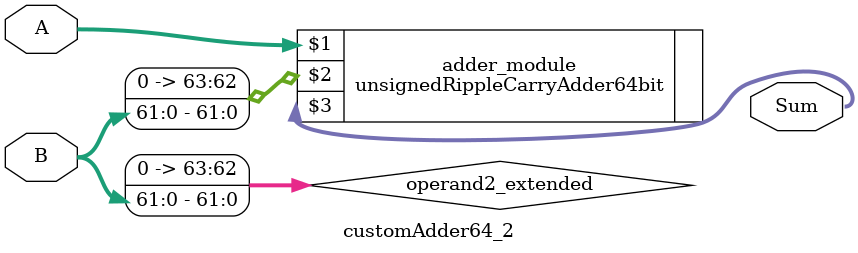
<source format=v>
module customAdder64_2(
                        input [63 : 0] A,
                        input [61 : 0] B,
                        
                        output [64 : 0] Sum
                );

        wire [63 : 0] operand2_extended;
        
        assign operand2_extended =  {2'b0, B};
        
        unsignedRippleCarryAdder64bit adder_module(
            A,
            operand2_extended,
            Sum
        );
        
        endmodule
        
</source>
